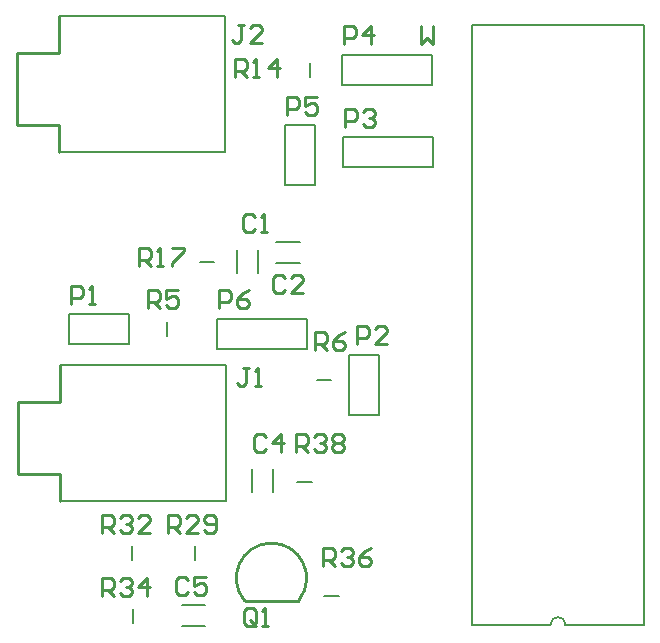
<source format=gbr>
%TF.GenerationSoftware,Altium Limited,Altium Designer,25.8.1 (18)*%
G04 Layer_Color=65535*
%FSLAX45Y45*%
%MOMM*%
%TF.SameCoordinates,EFCC0B50-9DCE-48EA-B2C5-4199F32896F4*%
%TF.FilePolarity,Positive*%
%TF.FileFunction,Legend,Top*%
%TF.Part,Single*%
G01*
G75*
%TA.AperFunction,NonConductor*%
%ADD27C,0.20000*%
%ADD28C,0.25400*%
D27*
X6870700Y7480300D02*
G03*
X6743700Y7480300I-63500J0D01*
G01*
X5041900Y9258300D02*
X5295900D01*
X5041900D02*
Y9766300D01*
X5295900D01*
Y9258300D02*
Y9766300D01*
X7532700Y7480300D02*
Y12560300D01*
X6081700D02*
X7532700D01*
X6081700Y7480300D02*
Y12560300D01*
Y7480300D02*
X6743700D01*
X6870700D02*
X7532700D01*
X4711700Y12119300D02*
Y12239300D01*
X3213100Y7496500D02*
Y7616500D01*
X3199300Y8029900D02*
Y8149900D01*
X3989001Y11483600D02*
Y12630200D01*
X2584000Y11483600D02*
X3989001D01*
X2584000Y12630200D02*
X3989001D01*
X3994201Y8528300D02*
Y9674900D01*
X2589200Y8528300D02*
X3994201D01*
X2589200Y9674900D02*
X3994201D01*
X4421200Y10539900D02*
X4621200D01*
X4421200Y10719900D02*
X4621200D01*
X4088300Y10453700D02*
Y10653700D01*
X4268300Y10453700D02*
Y10653700D01*
X3775400Y10552600D02*
X3895400D01*
X3733800Y8029900D02*
Y8149900D01*
X4215300Y8599500D02*
Y8799500D01*
X4395300Y8599500D02*
Y8799500D01*
X4600900Y8686800D02*
X4720900D01*
X2667000Y9855200D02*
X3175000D01*
Y10109200D01*
X2667000D02*
X3175000D01*
X2667000Y9855200D02*
Y10109200D01*
X4766000Y9550400D02*
X4886000D01*
X3493600Y9922200D02*
Y10042200D01*
X4978400Y12052300D02*
X5740400D01*
Y12306300D01*
X4978400Y12052300D02*
Y12306300D01*
X5740400D01*
X4991100Y11353800D02*
X5753100D01*
Y11607800D01*
X4991100Y11353800D02*
Y11607800D01*
X5753100D01*
X4495800Y11201400D02*
Y11709400D01*
Y11201400D02*
X4749800D01*
Y11709400D01*
X4495800D02*
X4749800D01*
X3621100Y7646500D02*
X3821100D01*
X3621100Y7466500D02*
X3821100D01*
X4829500Y7721600D02*
X4949500D01*
X3924300Y10071100D02*
X4686300D01*
X3924300Y9817100D02*
Y10071100D01*
X4686300Y9817100D02*
Y10071100D01*
X3924300Y9817100D02*
X4686300D01*
D28*
X4616174Y7691476D02*
G03*
X4153108Y7683673I-234674J182524D01*
G01*
X2584000Y11483600D02*
Y11714400D01*
X2229000Y11713600D02*
X2584000D01*
X2229000D02*
Y12323600D01*
X2584000D01*
Y12324400D02*
Y12630200D01*
X2589200Y8528300D02*
Y8759100D01*
X2234200Y8758300D02*
X2589200D01*
X2234200D02*
Y9368300D01*
X2589200D01*
Y9369100D02*
Y9674900D01*
X4608372Y7683673D02*
X4616174Y7691476D01*
X4154837Y7683500D02*
X4610100D01*
X5651500Y12545011D02*
Y12392660D01*
X5702283Y12443443D01*
X5753067Y12392660D01*
Y12545011D01*
X4587240Y8943340D02*
Y9095691D01*
X4663415D01*
X4688807Y9070299D01*
Y9019515D01*
X4663415Y8994123D01*
X4587240D01*
X4638023D02*
X4688807Y8943340D01*
X4739591Y9070299D02*
X4764983Y9095691D01*
X4815766D01*
X4841158Y9070299D01*
Y9044907D01*
X4815766Y9019515D01*
X4790374D01*
X4815766D01*
X4841158Y8994123D01*
Y8968732D01*
X4815766Y8943340D01*
X4764983D01*
X4739591Y8968732D01*
X4891941Y9070299D02*
X4917333Y9095691D01*
X4968117D01*
X4993509Y9070299D01*
Y9044907D01*
X4968117Y9019515D01*
X4993509Y8994123D01*
Y8968732D01*
X4968117Y8943340D01*
X4917333D01*
X4891941Y8968732D01*
Y8994123D01*
X4917333Y9019515D01*
X4891941Y9044907D01*
Y9070299D01*
X4917333Y9019515D02*
X4968117D01*
X4815840Y7978140D02*
Y8130491D01*
X4892015D01*
X4917407Y8105099D01*
Y8054315D01*
X4892015Y8028923D01*
X4815840D01*
X4866623D02*
X4917407Y7978140D01*
X4968191Y8105099D02*
X4993583Y8130491D01*
X5044366D01*
X5069758Y8105099D01*
Y8079707D01*
X5044366Y8054315D01*
X5018974D01*
X5044366D01*
X5069758Y8028923D01*
Y8003532D01*
X5044366Y7978140D01*
X4993583D01*
X4968191Y8003532D01*
X5222109Y8130491D02*
X5171325Y8105099D01*
X5120541Y8054315D01*
Y8003532D01*
X5145933Y7978140D01*
X5196717D01*
X5222109Y8003532D01*
Y8028923D01*
X5196717Y8054315D01*
X5120541D01*
X2946466Y7721625D02*
Y7873975D01*
X3022641D01*
X3048033Y7848583D01*
Y7797800D01*
X3022641Y7772408D01*
X2946466D01*
X2997249D02*
X3048033Y7721625D01*
X3098817Y7848583D02*
X3124208Y7873975D01*
X3174992D01*
X3200384Y7848583D01*
Y7823192D01*
X3174992Y7797800D01*
X3149600D01*
X3174992D01*
X3200384Y7772408D01*
Y7747017D01*
X3174992Y7721625D01*
X3124208D01*
X3098817Y7747017D01*
X3327343Y7721625D02*
Y7873975D01*
X3251167Y7797800D01*
X3352734D01*
X2946466Y8255025D02*
Y8407375D01*
X3022641D01*
X3048033Y8381983D01*
Y8331200D01*
X3022641Y8305808D01*
X2946466D01*
X2997249D02*
X3048033Y8255025D01*
X3098817Y8381983D02*
X3124208Y8407375D01*
X3174992D01*
X3200384Y8381983D01*
Y8356592D01*
X3174992Y8331200D01*
X3149600D01*
X3174992D01*
X3200384Y8305808D01*
Y8280417D01*
X3174992Y8255025D01*
X3124208D01*
X3098817Y8280417D01*
X3352734Y8255025D02*
X3251167D01*
X3352734Y8356592D01*
Y8381983D01*
X3327343Y8407375D01*
X3276559D01*
X3251167Y8381983D01*
X3505266Y8255025D02*
Y8407375D01*
X3581441D01*
X3606833Y8381983D01*
Y8331200D01*
X3581441Y8305808D01*
X3505266D01*
X3556049D02*
X3606833Y8255025D01*
X3759184D02*
X3657617D01*
X3759184Y8356592D01*
Y8381983D01*
X3733792Y8407375D01*
X3683008D01*
X3657617Y8381983D01*
X3809967Y8280417D02*
X3835359Y8255025D01*
X3886143D01*
X3911534Y8280417D01*
Y8381983D01*
X3886143Y8407375D01*
X3835359D01*
X3809967Y8381983D01*
Y8356592D01*
X3835359Y8331200D01*
X3911534D01*
X3263962Y10515625D02*
Y10667975D01*
X3340137D01*
X3365529Y10642583D01*
Y10591800D01*
X3340137Y10566408D01*
X3263962D01*
X3314745D02*
X3365529Y10515625D01*
X3416312D02*
X3467096D01*
X3441704D01*
Y10667975D01*
X3416312Y10642583D01*
X3543271Y10667975D02*
X3644839D01*
Y10642583D01*
X3543271Y10541017D01*
Y10515625D01*
X4076762Y12115825D02*
Y12268175D01*
X4152937D01*
X4178329Y12242783D01*
Y12192000D01*
X4152937Y12166608D01*
X4076762D01*
X4127545D02*
X4178329Y12115825D01*
X4229112D02*
X4279896D01*
X4254504D01*
Y12268175D01*
X4229112Y12242783D01*
X4432247Y12115825D02*
Y12268175D01*
X4356071Y12192000D01*
X4457639D01*
X4752340Y9806940D02*
Y9959291D01*
X4828515D01*
X4853907Y9933899D01*
Y9883115D01*
X4828515Y9857723D01*
X4752340D01*
X4803123D02*
X4853907Y9806940D01*
X5006258Y9959291D02*
X4955474Y9933899D01*
X4904691Y9883115D01*
Y9832332D01*
X4930083Y9806940D01*
X4980866D01*
X5006258Y9832332D01*
Y9857723D01*
X4980866Y9883115D01*
X4904691D01*
X3340100Y10157460D02*
Y10309811D01*
X3416275D01*
X3441667Y10284419D01*
Y10233635D01*
X3416275Y10208243D01*
X3340100D01*
X3390883D02*
X3441667Y10157460D01*
X3594018Y10309811D02*
X3492451D01*
Y10233635D01*
X3543234Y10259027D01*
X3568626D01*
X3594018Y10233635D01*
Y10182852D01*
X3568626Y10157460D01*
X3517843D01*
X3492451Y10182852D01*
X4254500Y7493017D02*
Y7594583D01*
X4229108Y7619975D01*
X4178325D01*
X4152933Y7594583D01*
Y7493017D01*
X4178325Y7467625D01*
X4229108D01*
X4203717Y7518408D02*
X4254500Y7467625D01*
X4229108D02*
X4254500Y7493017D01*
X4305284Y7467625D02*
X4356067D01*
X4330676D01*
Y7619975D01*
X4305284Y7594583D01*
X3939540Y10157460D02*
Y10309811D01*
X4015715D01*
X4041107Y10284419D01*
Y10233635D01*
X4015715Y10208243D01*
X3939540D01*
X4193458Y10309811D02*
X4142674Y10284419D01*
X4091891Y10233635D01*
Y10182852D01*
X4117283Y10157460D01*
X4168066D01*
X4193458Y10182852D01*
Y10208243D01*
X4168066Y10233635D01*
X4091891D01*
X4511040Y11795760D02*
Y11948111D01*
X4587215D01*
X4612607Y11922719D01*
Y11871935D01*
X4587215Y11846543D01*
X4511040D01*
X4764958Y11948111D02*
X4663391D01*
Y11871935D01*
X4714174Y11897327D01*
X4739566D01*
X4764958Y11871935D01*
Y11821152D01*
X4739566Y11795760D01*
X4688783D01*
X4663391Y11821152D01*
X4993640Y12392660D02*
Y12545011D01*
X5069815D01*
X5095207Y12519619D01*
Y12468835D01*
X5069815Y12443443D01*
X4993640D01*
X5222166Y12392660D02*
Y12545011D01*
X5145991Y12468835D01*
X5247558D01*
X5006340Y11694160D02*
Y11846511D01*
X5082515D01*
X5107907Y11821119D01*
Y11770335D01*
X5082515Y11744943D01*
X5006340D01*
X5158691Y11821119D02*
X5184083Y11846511D01*
X5234866D01*
X5260258Y11821119D01*
Y11795727D01*
X5234866Y11770335D01*
X5209474D01*
X5234866D01*
X5260258Y11744943D01*
Y11719552D01*
X5234866Y11694160D01*
X5184083D01*
X5158691Y11719552D01*
X5105441Y9855225D02*
Y10007575D01*
X5181617D01*
X5207008Y9982183D01*
Y9931400D01*
X5181617Y9906008D01*
X5105441D01*
X5359359Y9855225D02*
X5257792D01*
X5359359Y9956792D01*
Y9982183D01*
X5333967Y10007575D01*
X5283184D01*
X5257792Y9982183D01*
X2682240Y10195560D02*
Y10347911D01*
X2758415D01*
X2783807Y10322519D01*
Y10271735D01*
X2758415Y10246343D01*
X2682240D01*
X2834591Y10195560D02*
X2885374D01*
X2859983D01*
Y10347911D01*
X2834591Y10322519D01*
X4152908Y12560275D02*
X4102125D01*
X4127517D01*
Y12433317D01*
X4102125Y12407925D01*
X4076733D01*
X4051341Y12433317D01*
X4305259Y12407925D02*
X4203692D01*
X4305259Y12509492D01*
Y12534883D01*
X4279867Y12560275D01*
X4229084D01*
X4203692Y12534883D01*
X4191000Y9651975D02*
X4140217D01*
X4165608D01*
Y9525017D01*
X4140217Y9499625D01*
X4114825D01*
X4089433Y9525017D01*
X4241784Y9499625D02*
X4292567D01*
X4267176D01*
Y9651975D01*
X4241784Y9626583D01*
X3677887Y7858719D02*
X3652495Y7884111D01*
X3601712D01*
X3576320Y7858719D01*
Y7757152D01*
X3601712Y7731760D01*
X3652495D01*
X3677887Y7757152D01*
X3830238Y7884111D02*
X3728671D01*
Y7807935D01*
X3779454Y7833327D01*
X3804846D01*
X3830238Y7807935D01*
Y7757152D01*
X3804846Y7731760D01*
X3754063D01*
X3728671Y7757152D01*
X4333207Y9072839D02*
X4307815Y9098231D01*
X4257032D01*
X4231640Y9072839D01*
Y8971272D01*
X4257032Y8945880D01*
X4307815D01*
X4333207Y8971272D01*
X4460166Y8945880D02*
Y9098231D01*
X4383991Y9022055D01*
X4485558D01*
X4495808Y10413983D02*
X4470417Y10439375D01*
X4419633D01*
X4394241Y10413983D01*
Y10312417D01*
X4419633Y10287025D01*
X4470417D01*
X4495808Y10312417D01*
X4648159Y10287025D02*
X4546592D01*
X4648159Y10388592D01*
Y10413983D01*
X4622767Y10439375D01*
X4571984D01*
X4546592Y10413983D01*
X4241800Y10934683D02*
X4216408Y10960075D01*
X4165625D01*
X4140233Y10934683D01*
Y10833117D01*
X4165625Y10807725D01*
X4216408D01*
X4241800Y10833117D01*
X4292584Y10807725D02*
X4343367D01*
X4317976D01*
Y10960075D01*
X4292584Y10934683D01*
%TF.MD5,895c26d5ab9b3722fe1c0e9e77d9965c*%
M02*

</source>
